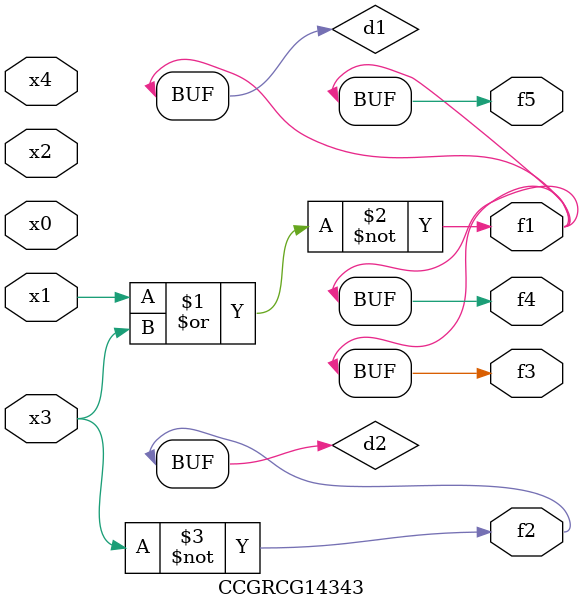
<source format=v>
module CCGRCG14343(
	input x0, x1, x2, x3, x4,
	output f1, f2, f3, f4, f5
);

	wire d1, d2;

	nor (d1, x1, x3);
	not (d2, x3);
	assign f1 = d1;
	assign f2 = d2;
	assign f3 = d1;
	assign f4 = d1;
	assign f5 = d1;
endmodule

</source>
